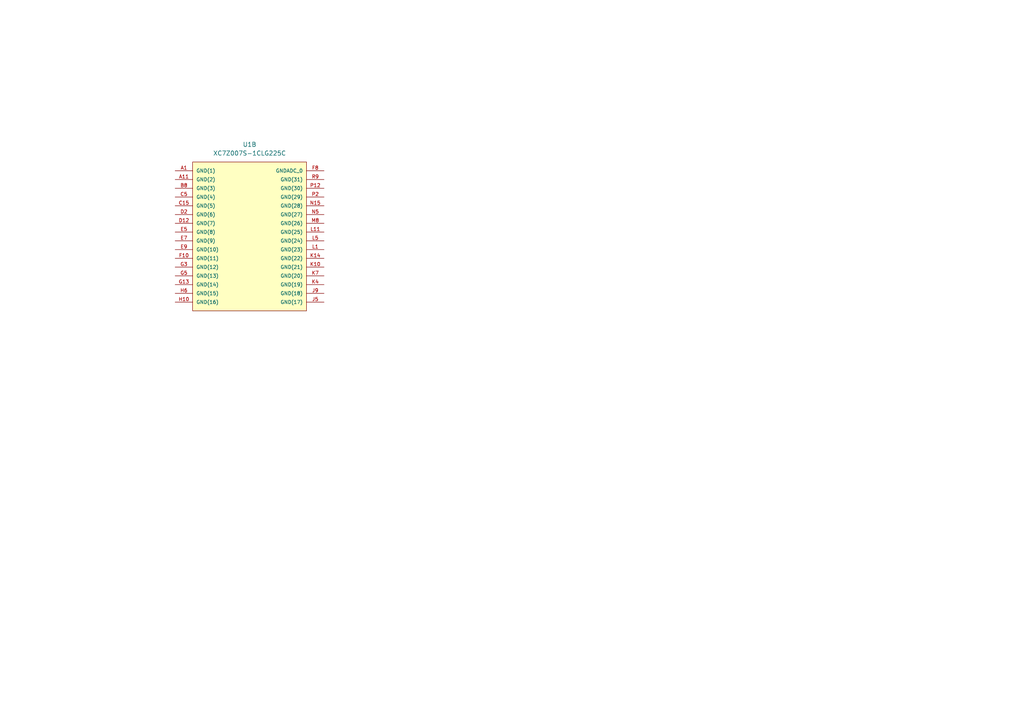
<source format=kicad_sch>
(kicad_sch (version 20231120) (generator "eeschema") (generator_version "8.0")
  (paper "A4")
  (lib_symbols
    (symbol "XC7Z007S-1CLG225C:XC7Z007S-1CLG225C" (pin_names (offset 1.016))
      (property "Reference" "U" (at -20.4724 32.4612 0))
      (property "Value" "XC7Z007S-1CLG225C" (at -20.447 -31.8262 0))
      (symbol "XC7Z007S-1CLG225C_1_0"
        (rectangle (start -20.32 -27.94) (end 22.86 30.48) (stroke (width 0.1524)) (fill (type background)))
        (pin power_in line (at 27.94 25.4 180) (length 5.08) (name "VCCO_MIO0_500(1)") (number "A6"))
        (pin power_in line (at 27.94 20.32 180) (length 5.08) (name "VCCO_MIO1_501(1)") (number "B13"))
        (pin power_in line (at 27.94 -12.7 180) (length 5.08) (name "VCCO_DDR_502(1)") (number "B3"))
        (pin power_in line (at 27.94 17.78 180) (length 5.08) (name "VCCO_MIO1_501(2)") (number "C10"))
        (pin power_in line (at 27.94 22.86 180) (length 5.08) (name "VCCO_MIO0_500(2)") (number "D7"))
        (pin power_in line (at -25.4 25.4 0) (length 5.08) (name "VCCINT(1)") (number "E10"))
        (pin power_in line (at 27.94 15.24 180) (length 5.08) (name "VCCO_MIO1_501(3)") (number "E14"))
        (pin power_in line (at 27.94 -15.24 180) (length 5.08) (name "VCCO_DDR_502(2)") (number "E4"))
        (pin power_in line (at -25.4 -25.4 0) (length 5.08) (name "VCCBATT_0") (number "E6"))
        (pin power_in line (at 27.94 -17.78 180) (length 5.08) (name "VCCO_DDR_502(3)") (number "F1"))
        (pin power_in line (at 27.94 -5.08 180) (length 5.08) (name "VCCO_35(1)") (number "F11"))
        (pin power_in line (at -25.4 -7.62 0) (length 5.08) (name "VCCPLL") (number "F5"))
        (pin power_in line (at -25.4 -5.08 0) (length 5.08) (name "VCCADC_0") (number "F7"))
        (pin power_in line (at -25.4 22.86 0) (length 5.08) (name "VCCINT(2)") (number "F9"))
        (pin power_in line (at -25.4 20.32 0) (length 5.08) (name "VCCINT(3)") (number "G10"))
        (pin power_in line (at -25.4 2.54 0) (length 5.08) (name "RSVDVCC1") (number "G4"))
        (pin power_in line (at -25.4 17.78 0) (length 5.08) (name "VCCPINT(1)") (number "G6"))
        (pin power_in line (at 27.94 -7.62 180) (length 5.08) (name "VCCO_35(2)") (number "H15"))
        (pin power_in line (at -25.4 -2.54 0) (length 5.08) (name "RSVDVCC3") (number "H4"))
        (pin power_in line (at -25.4 15.24 0) (length 5.08) (name "VCCPINT(2)") (number "H5"))
        (pin power_in line (at -25.4 -12.7 0) (length 5.08) (name "VCCAUX(1)") (number "H9"))
        (pin power_in line (at -25.4 10.16 0) (length 5.08) (name "VCCINT(4)") (number "J10"))
        (pin power_in line (at 27.94 7.62 180) (length 5.08) (name "VCCO_34(1)") (number "J12"))
        (pin power_in line (at 27.94 -20.32 180) (length 5.08) (name "VCCO_DDR_502(4)") (number "J2"))
        (pin power_in line (at -25.4 0 0) (length 5.08) (name "RSVDVCC2") (number "J4"))
        (pin power_in line (at -25.4 -20.32 0) (length 5.08) (name "VCCPAUX(1)") (number "J6"))
        (pin power_in line (at -25.4 -15.24 0) (length 5.08) (name "VCCAUX(2)") (number "J8"))
        (pin power_in line (at -25.4 12.7 0) (length 5.08) (name "VCCPINT(3)") (number "K5"))
        (pin power_in line (at 27.94 12.7 180) (length 5.08) (name "VCCO_0") (number "K8"))
        (pin power_in line (at -25.4 -17.78 0) (length 5.08) (name "VCCAUX(3)") (number "K9"))
        (pin power_in line (at -25.4 7.62 0) (length 5.08) (name "VCCINT(5)") (number "L10"))
        (pin power_in line (at -25.4 -22.86 0) (length 5.08) (name "VCCPAUX(2)") (number "L6"))
        (pin power_in line (at 27.94 5.08 180) (length 5.08) (name "VCCO_34(2)") (number "M13"))
        (pin power_in line (at 27.94 -22.86 180) (length 5.08) (name "VCCO_DDR_502(5)") (number "M3"))
        (pin power_in line (at 27.94 2.54 180) (length 5.08) (name "VCCO_34(3)") (number "N10"))
        (pin power_in line (at 27.94 0 180) (length 5.08) (name "VCCO_34(4)") (number "P7"))
        (pin power_in line (at 27.94 -2.54 180) (length 5.08) (name "VCCO_34(5)") (number "R14"))
        (pin power_in line (at 27.94 -25.4 180) (length 5.08) (name "VCCO_DDR_502(6)") (number "R4"))
      )
      (symbol "XC7Z007S-1CLG225C_2_0"
        (rectangle (start -15.24 -20.32) (end 17.78 22.86) (stroke (width 0.1524)) (fill (type background)))
        (pin power_in line (at -20.32 20.32 0) (length 5.08) (name "GND(1)") (number "A1"))
        (pin power_in line (at -20.32 17.78 0) (length 5.08) (name "GND(2)") (number "A11"))
        (pin power_in line (at -20.32 15.24 0) (length 5.08) (name "GND(3)") (number "B8"))
        (pin power_in line (at -20.32 10.16 0) (length 5.08) (name "GND(5)") (number "C15"))
        (pin power_in line (at -20.32 12.7 0) (length 5.08) (name "GND(4)") (number "C5"))
        (pin power_in line (at -20.32 5.08 0) (length 5.08) (name "GND(7)") (number "D12"))
        (pin power_in line (at -20.32 7.62 0) (length 5.08) (name "GND(6)") (number "D2"))
        (pin power_in line (at -20.32 2.54 0) (length 5.08) (name "GND(8)") (number "E5"))
        (pin power_in line (at -20.32 0 0) (length 5.08) (name "GND(9)") (number "E7"))
        (pin power_in line (at -20.32 -2.54 0) (length 5.08) (name "GND(10)") (number "E9"))
        (pin power_in line (at -20.32 -5.08 0) (length 5.08) (name "GND(11)") (number "F10"))
        (pin power_in line (at 22.86 20.32 180) (length 5.08) (name "GNDADC_0") (number "F8"))
        (pin power_in line (at -20.32 -12.7 0) (length 5.08) (name "GND(14)") (number "G13"))
        (pin power_in line (at -20.32 -7.62 0) (length 5.08) (name "GND(12)") (number "G3"))
        (pin power_in line (at -20.32 -10.16 0) (length 5.08) (name "GND(13)") (number "G5"))
        (pin power_in line (at -20.32 -17.78 0) (length 5.08) (name "GND(16)") (number "H10"))
        (pin power_in line (at -20.32 -15.24 0) (length 5.08) (name "GND(15)") (number "H6"))
        (pin power_in line (at 22.86 -17.78 180) (length 5.08) (name "GND(17)") (number "J5"))
        (pin power_in line (at 22.86 -15.24 180) (length 5.08) (name "GND(18)") (number "J9"))
        (pin power_in line (at 22.86 -7.62 180) (length 5.08) (name "GND(21)") (number "K10"))
        (pin power_in line (at 22.86 -5.08 180) (length 5.08) (name "GND(22)") (number "K14"))
        (pin power_in line (at 22.86 -12.7 180) (length 5.08) (name "GND(19)") (number "K4"))
        (pin power_in line (at 22.86 -10.16 180) (length 5.08) (name "GND(20)") (number "K7"))
        (pin power_in line (at 22.86 -2.54 180) (length 5.08) (name "GND(23)") (number "L1"))
        (pin power_in line (at 22.86 2.54 180) (length 5.08) (name "GND(25)") (number "L11"))
        (pin power_in line (at 22.86 0 180) (length 5.08) (name "GND(24)") (number "L5"))
        (pin power_in line (at 22.86 5.08 180) (length 5.08) (name "GND(26)") (number "M8"))
        (pin power_in line (at 22.86 10.16 180) (length 5.08) (name "GND(28)") (number "N15"))
        (pin power_in line (at 22.86 7.62 180) (length 5.08) (name "GND(27)") (number "N5"))
        (pin power_in line (at 22.86 15.24 180) (length 5.08) (name "GND(30)") (number "P12"))
        (pin power_in line (at 22.86 12.7 180) (length 5.08) (name "GND(29)") (number "P2"))
        (pin power_in line (at 22.86 17.78 180) (length 5.08) (name "GND(31)") (number "R9"))
      )
      (symbol "XC7Z007S-1CLG225C_3_0"
        (rectangle (start -22.86 -35.56) (end 27.94 38.1) (stroke (width 0.1524)) (fill (type background)))
        (pin bidirectional line (at -27.94 33.02 0) (length 5.08) (name "PS_DDR_DQ1_502") (number "A2"))
        (pin bidirectional line (at -27.94 30.48 0) (length 5.08) (name "PS_DDR_DQ7_502") (number "A3"))
        (pin bidirectional line (at -27.94 27.94 0) (length 5.08) (name "PS_DDR_DQ5_502") (number "A4"))
        (pin bidirectional line (at -27.94 25.4 0) (length 5.08) (name "PS_DDR_DM0_502") (number "B1"))
        (pin bidirectional line (at -27.94 22.86 0) (length 5.08) (name "PS_DDR_DQS_N0_502") (number "B2"))
        (pin bidirectional line (at -27.94 20.32 0) (length 5.08) (name "PS_DDR_DQ4_502") (number "B4"))
        (pin bidirectional line (at -27.94 17.78 0) (length 5.08) (name "PS_DDR_DQ3_502") (number "C1"))
        (pin bidirectional line (at -27.94 15.24 0) (length 5.08) (name "PS_DDR_DQS_P0_502") (number "C2"))
        (pin bidirectional line (at -27.94 12.7 0) (length 5.08) (name "PS_DDR_DQ6_502") (number "C3"))
        (pin bidirectional line (at -27.94 10.16 0) (length 5.08) (name "PS_DDR_DQ2_502") (number "C4"))
        (pin bidirectional line (at -27.94 7.62 0) (length 5.08) (name "PS_DDR_DQ9_502") (number "D1"))
        (pin bidirectional line (at -27.94 5.08 0) (length 5.08) (name "PS_DDR_DM1_502") (number "D3"))
        (pin bidirectional line (at -27.94 2.54 0) (length 5.08) (name "PS_DDR_DQ0_502") (number "D4"))
        (pin bidirectional line (at -27.94 0 0) (length 5.08) (name "PS_DDR_DQ8_502") (number "E1"))
        (pin bidirectional line (at -27.94 -2.54 0) (length 5.08) (name "PS_DDR_DQ10_502") (number "E2"))
        (pin bidirectional line (at -27.94 -5.08 0) (length 5.08) (name "PS_DDR_DQ11_502") (number "E3"))
        (pin bidirectional line (at -27.94 -7.62 0) (length 5.08) (name "PS_DDR_DQS_N1_502") (number "F2"))
        (pin bidirectional line (at -27.94 -10.16 0) (length 5.08) (name "PS_DDR_DQ12_502") (number "F3"))
        (pin bidirectional line (at -27.94 -12.7 0) (length 5.08) (name "PS_DDR_VREF0_502") (number "F4"))
        (pin bidirectional line (at -27.94 -15.24 0) (length 5.08) (name "PS_DDR_DQ13_502") (number "G1"))
        (pin bidirectional line (at -27.94 -17.78 0) (length 5.08) (name "PS_DDR_DQS_P1_502") (number "G2"))
        (pin bidirectional line (at -27.94 -20.32 0) (length 5.08) (name "PS_DDR_DQ14_502") (number "H1"))
        (pin bidirectional line (at -27.94 -22.86 0) (length 5.08) (name "PS_DDR_DQ15_502") (number "H2"))
        (pin bidirectional line (at -27.94 -25.4 0) (length 5.08) (name "PS_DDR_VRP_502") (number "H3"))
        (pin bidirectional line (at -27.94 -27.94 0) (length 5.08) (name "PS_DDR_A10_502") (number "J1"))
        (pin bidirectional line (at -27.94 -30.48 0) (length 5.08) (name "PS_DDR_VRN_502") (number "J3"))
        (pin bidirectional line (at 33.02 33.02 180) (length 5.08) (name "PS_DDR_A14_502") (number "K1"))
        (pin bidirectional line (at 33.02 30.48 180) (length 5.08) (name "PS_DDR_A13_502") (number "K2"))
        (pin bidirectional line (at 33.02 27.94 180) (length 5.08) (name "PS_DDR_ODT_502") (number "K3"))
        (pin bidirectional line (at 33.02 25.4 180) (length 5.08) (name "PS_DDR_A11_502") (number "L2"))
        (pin bidirectional line (at 33.02 7.62 180) (length 5.08) (name "PS_DDR_CKE_502") (number "L3"))
        (pin bidirectional line (at 33.02 22.86 180) (length 5.08) (name "PS_DDR_DRST_B_502") (number "L4"))
        (pin bidirectional line (at 33.02 20.32 180) (length 5.08) (name "PS_DDR_A2_502") (number "M1"))
        (pin bidirectional line (at 33.02 17.78 180) (length 5.08) (name "PS_DDR_A12_502") (number "M2"))
        (pin bidirectional line (at 33.02 15.24 180) (length 5.08) (name "PS_DDR_A3_502") (number "M4"))
        (pin bidirectional line (at 33.02 12.7 180) (length 5.08) (name "PS_DDR_A7_502") (number "M5"))
        (pin bidirectional line (at 33.02 10.16 180) (length 5.08) (name "PS_DDR_BA0_502") (number "M6"))
        (pin bidirectional line (at 33.02 5.08 180) (length 5.08) (name "PS_DDR_A1_502") (number "N1"))
        (pin bidirectional line (at 33.02 2.54 180) (length 5.08) (name "PS_DDR_CKN_502") (number "N2"))
        (pin bidirectional line (at 33.02 0 180) (length 5.08) (name "PS_DDR_CKP_502") (number "N3"))
        (pin bidirectional line (at 33.02 -2.54 180) (length 5.08) (name "PS_DDR_A9_502") (number "N4"))
        (pin bidirectional line (at 33.02 -5.08 180) (length 5.08) (name "PS_DDR_BA2_502") (number "N6"))
        (pin bidirectional line (at 33.02 -17.78 180) (length 5.08) (name "PS_DDR_A0_502") (number "P1"))
        (pin bidirectional line (at 33.02 -15.24 180) (length 5.08) (name "PS_DDR_A4_502") (number "P3"))
        (pin bidirectional line (at 33.02 -12.7 180) (length 5.08) (name "PS_DDR_A5_502") (number "P4"))
        (pin bidirectional line (at 33.02 -10.16 180) (length 5.08) (name "PS_DDR_A6_502") (number "P5"))
        (pin bidirectional line (at 33.02 -7.62 180) (length 5.08) (name "PS_DDR_A8_502") (number "P6"))
        (pin bidirectional line (at 33.02 -30.48 180) (length 5.08) (name "PS_DDR_BA1_502") (number "R1"))
        (pin bidirectional line (at 33.02 -27.94 180) (length 5.08) (name "PS_DDR_CS_B_502") (number "R2"))
        (pin bidirectional line (at 33.02 -25.4 180) (length 5.08) (name "PS_DDR_WE_B_502") (number "R3"))
        (pin bidirectional line (at 33.02 -22.86 180) (length 5.08) (name "PS_DDR_CAS_B_502") (number "R5"))
        (pin bidirectional line (at 33.02 -20.32 180) (length 5.08) (name "PS_DDR_RAS_B_502") (number "R6"))
      )
      (symbol "XC7Z007S-1CLG225C_4_0"
        (rectangle (start -22.86 -35.56) (end 20.32 35.56) (stroke (width 0.1524)) (fill (type background)))
        (pin bidirectional line (at -27.94 20.32 0) (length 5.08) (name "PS_MIO6_500") (number "A10"))
        (pin bidirectional line (at -27.94 17.78 0) (length 5.08) (name "PS_MIO52_501") (number "A12"))
        (pin bidirectional line (at -27.94 15.24 0) (length 5.08) (name "PS_MIO38_501") (number "A13"))
        (pin bidirectional line (at -27.94 12.7 0) (length 5.08) (name "PS_MIO35_501") (number "A14"))
        (pin bidirectional line (at -27.94 10.16 0) (length 5.08) (name "PS_MIO28_501") (number "A15"))
        (pin bidirectional line (at -27.94 30.48 0) (length 5.08) (name "PS_MIO1_500") (number "A5"))
        (pin bidirectional line (at -27.94 27.94 0) (length 5.08) (name "PS_MIO3_500") (number "A7"))
        (pin bidirectional line (at -27.94 25.4 0) (length 5.08) (name "PS_MIO2_500") (number "A8"))
        (pin bidirectional line (at -27.94 22.86 0) (length 5.08) (name "PS_MIO5_500") (number "A9"))
        (pin bidirectional line (at -27.94 -2.54 0) (length 5.08) (name "PS_MIO11_500") (number "B10"))
        (pin bidirectional line (at 25.4 -10.16 180) (length 5.08) (name "PS_SRST_B_501") (number "B11"))
        (pin bidirectional line (at -27.94 -7.62 0) (length 5.08) (name "PS_MIO48_501") (number "B12"))
        (pin bidirectional line (at -27.94 -10.16 0) (length 5.08) (name "PS_MIO36_501") (number "B14"))
        (pin bidirectional line (at -27.94 -12.7 0) (length 5.08) (name "PS_MIO30_501") (number "B15"))
        (pin bidirectional line (at -27.94 7.62 0) (length 5.08) (name "PS_MIO9_500") (number "B5"))
        (pin bidirectional line (at -27.94 5.08 0) (length 5.08) (name "PS_MIO8_500") (number "B6"))
        (pin bidirectional line (at -27.94 2.54 0) (length 5.08) (name "PS_MIO12_500") (number "B7"))
        (pin bidirectional line (at -27.94 0 0) (length 5.08) (name "PS_MIO14_500") (number "B9"))
        (pin bidirectional line (at -27.94 -15.24 0) (length 5.08) (name "PS_MIO33_501") (number "C11"))
        (pin bidirectional line (at -27.94 -17.78 0) (length 5.08) (name "PS_MIO31_501") (number "C12"))
        (pin bidirectional line (at -27.94 -20.32 0) (length 5.08) (name "PS_MIO53_501") (number "C13"))
        (pin bidirectional line (at -27.94 -22.86 0) (length 5.08) (name "PS_MIO37_501") (number "C14"))
        (pin bidirectional line (at -27.94 -5.08 0) (length 5.08) (name "PS_MIO13_500") (number "C6"))
        (pin bidirectional clock (at 25.4 -7.62 180) (length 5.08) (name "PS_CLK_500") (number "C7"))
        (pin bidirectional line (at 25.4 -15.24 180) (length 5.08) (name "PS_MIO4_500") (number "C8"))
        (pin bidirectional line (at 25.4 15.24 180) (length 5.08) (name "PS_POR_B_500") (number "C9"))
        (pin bidirectional line (at 25.4 -30.48 180) (length 5.08) (name "PS_MIO15_500") (number "D10"))
        (pin bidirectional line (at 25.4 -27.94 180) (length 5.08) (name "PS_MIO29_501") (number "D11"))
        (pin bidirectional line (at 25.4 -25.4 180) (length 5.08) (name "PS_MIO49_501") (number "D13"))
        (pin bidirectional line (at 25.4 -22.86 180) (length 5.08) (name "PS_MIO39_501") (number "D14"))
        (pin bidirectional line (at -27.94 -30.48 0) (length 5.08) (name "PS_MIO34_501") (number "D15"))
        (pin bidirectional line (at 25.4 0 180) (length 5.08) (name "INIT_B_0") (number "D5"))
        (pin bidirectional line (at -27.94 -27.94 0) (length 5.08) (name "PS_MIO10_500") (number "D6"))
        (pin bidirectional line (at -27.94 -25.4 0) (length 5.08) (name "PS_MIO0_500") (number "D8"))
        (pin bidirectional line (at 25.4 -20.32 180) (length 5.08) (name "PS_MIO7_500") (number "D9"))
        (pin bidirectional line (at 25.4 -17.78 180) (length 5.08) (name "PS_MIO32_501") (number "E15"))
        (pin bidirectional line (at 25.4 5.08 180) (length 5.08) (name "RSVDGND") (number "E8"))
        (pin bidirectional line (at 25.4 -2.54 180) (length 5.08) (name "CFGBVS_0") (number "F6"))
        (pin bidirectional line (at 25.4 7.62 180) (length 5.08) (name "VP_0") (number "G7"))
        (pin bidirectional line (at 25.4 10.16 180) (length 5.08) (name "VREFN_0") (number "G8"))
        (pin bidirectional line (at 25.4 12.7 180) (length 5.08) (name "TCK_0") (number "G9"))
        (pin bidirectional line (at 25.4 20.32 180) (length 5.08) (name "VREFP_0") (number "H7"))
        (pin bidirectional line (at 25.4 22.86 180) (length 5.08) (name "VN_0") (number "H8"))
        (pin bidirectional line (at 25.4 2.54 180) (length 5.08) (name "DXP_0") (number "J7"))
        (pin bidirectional line (at 25.4 -5.08 180) (length 5.08) (name "PROGRAM_B_0") (number "K6"))
        (pin bidirectional line (at 25.4 25.4 180) (length 5.08) (name "TDI_0") (number "L7"))
        (pin bidirectional line (at 25.4 27.94 180) (length 5.08) (name "TDO_0") (number "L8"))
        (pin bidirectional line (at 25.4 30.48 180) (length 5.08) (name "TMS_0") (number "L9"))
        (pin bidirectional line (at 25.4 17.78 180) (length 5.08) (name "DONE_0") (number "M7"))
      )
      (symbol "XC7Z007S-1CLG225C_5_0"
        (rectangle (start -25.4 -40.64) (end 25.4 35.56) (stroke (width 0.1524)) (fill (type background)))
        (pin bidirectional line (at -30.48 30.48 0) (length 5.08) (name "IO_L2P_T0_AD8P_35") (number "E11"))
        (pin bidirectional line (at -30.48 27.94 0) (length 5.08) (name "IO_L2N_T0_AD8N_35") (number "E12"))
        (pin bidirectional line (at -30.48 25.4 0) (length 5.08) (name "IO_L1N_T0_AD0N_35") (number "E13"))
        (pin bidirectional line (at -30.48 22.86 0) (length 5.08) (name "IO_L1P_T0_AD0P_35") (number "F12"))
        (pin bidirectional line (at -30.48 20.32 0) (length 5.08) (name "IO_L3P_T0_DQS_AD1P_35") (number "F13"))
        (pin bidirectional line (at -30.48 17.78 0) (length 5.08) (name "IO_L3N_T0_DQS_AD1N_35") (number "F14"))
        (pin bidirectional line (at -30.48 15.24 0) (length 5.08) (name "IO_L5N_T0_AD9N_35") (number "F15"))
        (pin bidirectional line (at -30.48 5.08 0) (length 5.08) (name "IO_L1P_T0_34") (number "G11"))
        (pin bidirectional line (at -30.48 2.54 0) (length 5.08) (name "IO_L2P_T0_34") (number "G12"))
        (pin bidirectional line (at -30.48 7.62 0) (length 5.08) (name "IO_L3P_T0_DQS_PUDC_B_34") (number "G14"))
        (pin bidirectional line (at -30.48 12.7 0) (length 5.08) (name "IO_L5P_T0_AD9P_35") (number "G15"))
        (pin bidirectional line (at 30.48 30.48 180) (length 5.08) (name "IO_L6P_T0_34") (number "H11"))
        (pin bidirectional line (at 30.48 27.94 180) (length 5.08) (name "IO_L1N_T0_34") (number "H12"))
        (pin bidirectional line (at 30.48 25.4 180) (length 5.08) (name "IO_L2N_T0_34") (number "H13"))
        (pin bidirectional line (at 30.48 22.86 180) (length 5.08) (name "IO_L3N_T0_DQS_34") (number "H14"))
        (pin bidirectional line (at 30.48 20.32 180) (length 5.08) (name "IO_L6N_T0_VREF_34") (number "J11"))
        (pin bidirectional line (at 30.48 17.78 180) (length 5.08) (name "IO_L5P_T0_34") (number "J13"))
        (pin bidirectional line (at 30.48 15.24 180) (length 5.08) (name "IO_L5N_T0_34") (number "J14"))
        (pin bidirectional line (at 30.48 12.7 180) (length 5.08) (name "IO_L4P_T0_34") (number "J15"))
        (pin bidirectional line (at 30.48 10.16 180) (length 5.08) (name "IO_L11P_T1_SRCC_34") (number "K11"))
        (pin bidirectional line (at 30.48 7.62 180) (length 5.08) (name "IO_L11N_T1_SRCC_34") (number "K12"))
        (pin bidirectional line (at 30.48 5.08 180) (length 5.08) (name "IO_L10P_T1_34") (number "K13"))
        (pin bidirectional line (at 30.48 2.54 180) (length 5.08) (name "IO_L4N_T0_34") (number "K15"))
        (pin bidirectional line (at -30.48 0 0) (length 5.08) (name "IO_L12P_T1_MRCC_34") (number "L12"))
        (pin bidirectional line (at -30.48 -2.54 0) (length 5.08) (name "IO_L10N_T1_34") (number "L13"))
        (pin bidirectional line (at 30.48 -2.54 180) (length 5.08) (name "IO_L9P_T1_DQS_34") (number "L14"))
        (pin bidirectional line (at 30.48 0 180) (length 5.08) (name "IO_L8P_T1_34") (number "L15"))
        (pin bidirectional line (at -30.48 -5.08 0) (length 5.08) (name "IO_L21P_T3_DQS_34") (number "M10"))
        (pin bidirectional line (at 30.48 -7.62 180) (length 5.08) (name "IO_L21N_T3_DQS_34") (number "M11"))
        (pin bidirectional line (at -30.48 -7.62 0) (length 5.08) (name "IO_L12N_T1_MRCC_34") (number "M12"))
        (pin bidirectional line (at 30.48 -10.16 180) (length 5.08) (name "IO_L9N_T1_DQS_34") (number "M14"))
        (pin bidirectional line (at -30.48 -10.16 0) (length 5.08) (name "IO_L8N_T1_34") (number "M15"))
        (pin bidirectional line (at 30.48 -5.08 180) (length 5.08) (name "IO_L19P_T3_34") (number "M9"))
        (pin bidirectional line (at -30.48 -20.32 0) (length 5.08) (name "IO_L13P_T2_MRCC_34") (number "N11"))
        (pin bidirectional line (at -30.48 -17.78 0) (length 5.08) (name "IO_L13N_T2_MRCC_34") (number "N12"))
        (pin bidirectional line (at -30.48 -15.24 0) (length 5.08) (name "IO_L7P_T1_34") (number "N13"))
        (pin bidirectional line (at -30.48 -12.7 0) (length 5.08) (name "IO_L7N_T1_34") (number "N14"))
        (pin bidirectional line (at -30.48 -27.94 0) (length 5.08) (name "IO_L22P_T3_34") (number "N7"))
        (pin bidirectional line (at -30.48 -25.4 0) (length 5.08) (name "IO_L22N_T3_34") (number "N8"))
        (pin bidirectional line (at -30.48 -22.86 0) (length 5.08) (name "IO_L19N_T3_VREF_34") (number "N9"))
        (pin bidirectional line (at 30.48 -20.32 180) (length 5.08) (name "IO_L24P_T3_34") (number "P10"))
        (pin bidirectional line (at 30.48 -22.86 180) (length 5.08) (name "IO_L16P_T2_34") (number "P11"))
        (pin bidirectional line (at 30.48 -25.4 180) (length 5.08) (name "IO_L18P_T2_34") (number "P13"))
        (pin bidirectional line (at 30.48 -27.94 180) (length 5.08) (name "IO_L18N_T2_34") (number "P14"))
        (pin bidirectional line (at 30.48 -12.7 180) (length 5.08) (name "IO_L15P_T2_DQS_34") (number "P15"))
        (pin bidirectional line (at 30.48 -15.24 180) (length 5.08) (name "IO_L23P_T3_34") (number "P8"))
        (pin bidirectional line (at 30.48 -17.78 180) (length 5.08) (name "IO_L23N_T3_34") (number "P9"))
        (pin bidirectional line (at 30.48 -35.56 180) (length 5.08) (name "IO_L24N_T3_34") (number "R10"))
        (pin bidirectional line (at 30.48 -33.02 180) (length 5.08) (name "IO_L16N_T2_34") (number "R11"))
        (pin bidirectional line (at -30.48 -33.02 0) (length 5.08) (name "IO_L17P_T2_34") (number "R12"))
        (pin bidirectional line (at -30.48 -35.56 0) (length 5.08) (name "IO_L17N_T2_34") (number "R13"))
        (pin bidirectional line (at -30.48 10.16 0) (length 5.08) (name "IO_L15N_T2_DQS_34") (number "R15"))
        (pin bidirectional line (at -30.48 -30.48 0) (length 5.08) (name "IO_L20P_T3_34") (number "R7"))
        (pin bidirectional line (at 30.48 -30.48 180) (length 5.08) (name "IO_L20N_T3_34") (number "R8"))
      )
    )
  )
  (symbol (lib_id "XC7Z007S-1CLG225C:XC7Z007S-1CLG225C") (at 71.12 69.85 0) (unit 2)
    (property "Reference" "U1" (at 72.39 41.91 0))
    (property "Value" "XC7Z007S-1CLG225C" (at 72.39 44.45 0))
    (property "Footprint" "BGA225C80P15X15_1300X1300X150" (effects (hide yes)))
    (property "MF" "Xilinx Inc." (effects (hide yes)))
    (property "DESCRIPTION" "FPGA Zynq-7000 Family 23000 Cells 667MHz 28nm 1V 225-Pin WCBGA Tray" (effects (hide yes)))
    (property "PACKAGE" "CSPBGA-225 Xilinx" (effects (hide yes)))
    (property "PRICE" "42.41 USD" (effects (hide yes)))
    (property "Package" "CSPBGA-225 Xilinx" (effects (hide yes)))
    (property "Check_prices" "https://www.snapeda.com/parts/XC7Z007S-1CLG225C/Xilinx/view-part/?ref=eda" (effects (hide yes)))
    (property "Price" "None" (effects (hide yes)))
    (property "SnapEDA_Link" "https://www.snapeda.com/parts/XC7Z007S-1CLG225C/Xilinx/view-part/?ref=snap" (effects (hide yes)))
    (property "MP" "XC7Z007S-1CLG225C" (effects (hide yes)))
    (property "Description_1" "\\n                        \\n                            Single ARM® Cortex®-A9 MPCore™ with CoreSight™ System On Chip (SOC) IC Zynq®-7000 Artix™-7 FPGA, 23K Logic Cells   667MHz 225-CSPBGA (13x13)\\n                        \\n" (effects (hide yes)))
    (property "Availability" "In Stock" (effects (hide yes)))
    (property "AVAILABILITY" "Bad" (effects (hide yes)))
    (property "MANUFACTURER" "Xilinx" (effects (hide yes)))
  )
)
</source>
